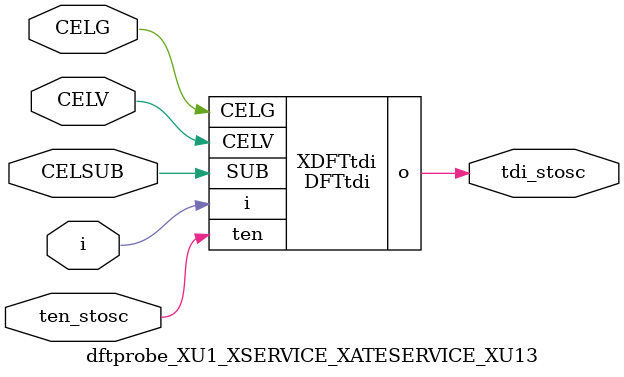
<source format=v>


module DFTtdi ( o, CELV, SUB, i, ten, CELG );

  input CELV;
  input ten;
  input i;
  output o;
  input CELG;
  input SUB;
endmodule


module dftprobe_XU1_XSERVICE_XATESERVICE_XU13 (i,tdi_stosc,ten_stosc,CELG,CELSUB,CELV);
input  i;
output  tdi_stosc;
input  ten_stosc;
input  CELG;
input  CELSUB;
input  CELV;

DFTtdi XDFTtdi(
  .i (i),
  .o (tdi_stosc),
  .ten (ten_stosc),
  .CELG (CELG),
  .SUB (CELSUB),
  .CELV (CELV)
);

endmodule


</source>
